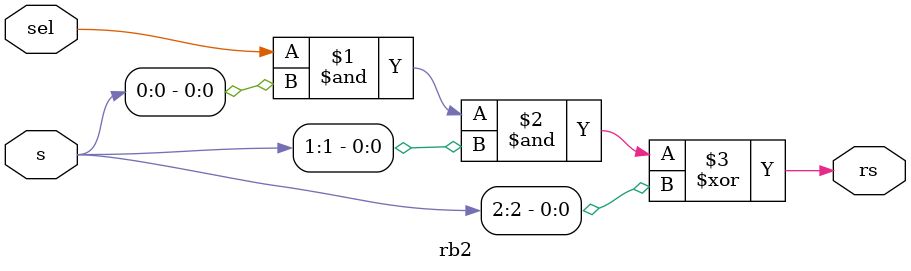
<source format=v>


// Unless required by applicable law or agreed to in writing, software
// distributed under the License is distributed on an "AS IS" BASIS,
// WITHOUT WARRANTIES OR CONDITIONS OF ANY KIND, either express or implied.
// See the License for the specific language governing permissions and
// limitations under the License.
//
//-----------------------------------------------------
// Design Name : rb2
// File Name   : rb2.v
// Function    : Add One for Third Bit
// Coder       : Jucemar Monteiro
//-----------------------------------------------------
module  rb2 (sel, s, rs);
	parameter n = 3;
	input  [n-1:0]s;
	input sel;
	output  rs;
	assign rs= (sel & s[0] & s[1]) ^ s[2];
endmodule 

</source>
